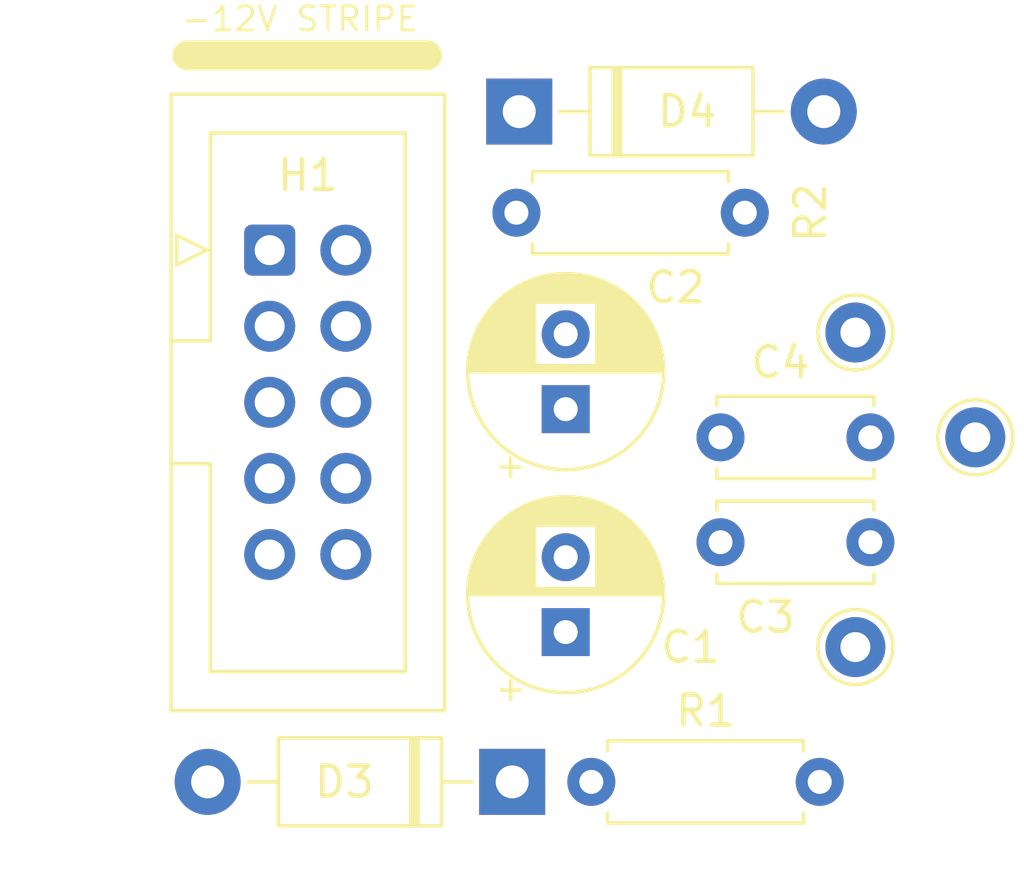
<source format=kicad_pcb>
(kicad_pcb (version 20240108) (generator "pcbnew") (generator_version "8.0")
  (layers (0 "F.Cu" signal) (31 "B.Cu" signal) (34 "B.Paste" user) (35 "F.Paste" user) (36 "B.SilkS" user "B.Silkscreen") (37 "F.SilkS" user "F.Silkscreen") (38 "B.Mask" user) (39 "F.Mask" user) (44 "Edge.Cuts" user))
  (net 0 "")
  (net 1 "+12V")
  (net 2 "GNDREF")
  (net 3 "-12V")
  (net 4 "Net-(D3-A)")
  (net 5 "Net-(D4-A)")
  (net 6 "Net-(D4-K)")
  (net 7 "Net-(D3-K)")
  (footprint "Synth:IDC-Header_2x05_P2.54mm_Vertical" (layer "F.Cu") (at 20.46 22.75)
    (property "Reference" "H1" (at 1.27 -2.5 0) (layer "F.SilkS"))
    (property "Value" "Conn_02x05_PWR_Eurorack")
    (fp_line (start -3.29 -5.21) (end 5.83 -5.21) (stroke (width 0.12)) (layer "F.SilkS"))
    (fp_line (start -3.29 3.03) (end -1.98 3.03) (stroke (width 0.12)) (layer "F.SilkS"))
    (fp_line (start -3.29 15.37) (end -3.29 -5.21) (stroke (width 0.12)) (layer "F.SilkS"))
    (fp_line (start -3.1 -0.5) (end -3.1 0.5) (stroke (width 0.12)) (layer "F.SilkS"))
    (fp_line (start -3.1 0.5) (end -2.1 0) (stroke (width 0.12)) (layer "F.SilkS"))
    (fp_line (start -2.75 -6.5) (end 5.25 -6.5) (stroke (width 1)) (layer "F.SilkS"))
    (fp_line (start -2.1 0) (end -3.1 -0.5) (stroke (width 0.12)) (layer "F.SilkS"))
    (fp_line (start -1.98 -3.91) (end 4.52 -3.91) (stroke (width 0.12)) (layer "F.SilkS"))
    (fp_line (start -1.98 3.03) (end -1.98 -3.91) (stroke (width 0.12)) (layer "F.SilkS"))
    (fp_line (start -1.98 7.13) (end -3.29 7.13) (stroke (width 0.12)) (layer "F.SilkS"))
    (fp_line (start -1.98 7.13) (end -1.98 7.13) (stroke (width 0.12)) (layer "F.SilkS"))
    (fp_line (start -1.98 14.07) (end -1.98 7.13) (stroke (width 0.12)) (layer "F.SilkS"))
    (fp_line (start 4.52 -3.91) (end 4.52 14.07) (stroke (width 0.12)) (layer "F.SilkS"))
    (fp_line (start 4.52 14.07) (end -1.98 14.07) (stroke (width 0.12)) (layer "F.SilkS"))
    (fp_line (start 5.83 -5.21) (end 5.83 15.37) (stroke (width 0.12)) (layer "F.SilkS"))
    (fp_line (start 5.83 15.37) (end -3.29 15.37) (stroke (width 0.12)) (layer "F.SilkS"))
    (fp_text user "-12V STRIPE" (at -3 -7.25 0) (layer "F.SilkS") (effects (font (size 0.8 0.8) (thickness 0.1)) (justify left bottom)))
    (pad "1" thru_hole roundrect (at 0 0) (size 1.7 1.7) (drill 1) (layers "*.Cu" "*.Mask") (roundrect_rratio 0.147059) (net 6 "Net-(D4-K)"))
    (pad "2" thru_hole circle (at 2.54 0) (size 1.7 1.7) (drill 1) (layers "*.Cu" "*.Mask") (net 6 "Net-(D4-K)"))
    (pad "3" thru_hole circle (at 0 2.54) (size 1.7 1.7) (drill 1) (layers "*.Cu" "*.Mask") (net 2 "GNDREF"))
    (pad "4" thru_hole circle (at 2.54 2.54) (size 1.7 1.7) (drill 1) (layers "*.Cu" "*.Mask") (net 2 "GNDREF"))
    (pad "5" thru_hole circle (at 0 5.08) (size 1.7 1.7) (drill 1) (layers "*.Cu" "*.Mask") (net 2 "GNDREF"))
    (pad "6" thru_hole circle (at 2.54 5.08) (size 1.7 1.7) (drill 1) (layers "*.Cu" "*.Mask") (net 2 "GNDREF"))
    (pad "7" thru_hole circle (at 0 7.62) (size 1.7 1.7) (drill 1) (layers "*.Cu" "*.Mask") (net 2 "GNDREF"))
    (pad "8" thru_hole circle (at 2.54 7.62) (size 1.7 1.7) (drill 1) (layers "*.Cu" "*.Mask") (net 2 "GNDREF"))
    (pad "9" thru_hole circle (at 0 10.16) (size 1.7 1.7) (drill 1) (layers "*.Cu" "*.Mask") (net 4 "Net-(D3-A)"))
    (pad "10" thru_hole circle (at 2.54 10.16) (size 1.7 1.7) (drill 1) (layers "*.Cu" "*.Mask") (net 4 "Net-(D3-A)"))
  )
  (footprint "Connector_Pin:Pin_D1.0mm_L10.0mm" (layer "F.Cu") (at 40 36)
    (property "Reference" "TP1" (hide yes))
    (property "Value" "+12V")
    (fp_circle (center 0 0) (end 1.25 0.05) (stroke (width 0.12)) (fill none) (layer "F.SilkS"))
    (pad "1" thru_hole circle (at 0 0) (size 2 2) (drill 1) (layers "*.Cu" "*.Mask") (net 1 "+12V"))
  )
  (footprint "Synth:D_DO-41_SOD81_P10.16mm_Horizontal" (layer "F.Cu") (at 28.5 40.5 180)
    (property "Reference" "D3" (at 5.55 0 180) (layer "F.SilkS"))
    (property "Value" "1N5819")
    (fp_line (start 8.77 0) (end 7.75 0) (stroke (width 0.12)) (layer "F.SilkS"))
    (fp_line (start 7.75 1.47) (end 7.75 -1.47) (stroke (width 0.12)) (layer "F.SilkS"))
    (fp_line (start 7.75 -1.47) (end 2.31 -1.47) (stroke (width 0.12)) (layer "F.SilkS"))
    (fp_line (start 3.33 -1.47) (end 3.33 1.47) (stroke (width 0.12)) (layer "F.SilkS"))
    (fp_line (start 3.21 -1.47) (end 3.21 1.47) (stroke (width 0.12)) (layer "F.SilkS"))
    (fp_line (start 3.09 -1.47) (end 3.09 1.47) (stroke (width 0.12)) (layer "F.SilkS"))
    (fp_line (start 2.31 1.47) (end 7.75 1.47) (stroke (width 0.12)) (layer "F.SilkS"))
    (fp_line (start 2.31 -1.47) (end 2.31 1.47) (stroke (width 0.12)) (layer "F.SilkS"))
    (fp_line (start 1.29 0) (end 2.31 0) (stroke (width 0.12)) (layer "F.SilkS"))
    (pad "1" thru_hole rect (at -0.05 0 180) (size 2.2 2.2) (drill 1.1) (layers "*.Cu" "*.Mask") (net 7 "Net-(D3-K)"))
    (pad "2" thru_hole oval (at 10.11 0 180) (size 2.2 2.2) (drill 1.1) (layers "*.Cu" "*.Mask") (net 4 "Net-(D3-A)"))
  )
  (footprint "Capacitor_THT:C_Disc_D5.0mm_W2.5mm_P5.00mm" (layer "F.Cu") (at 40.5 29 180)
    (property "Reference" "C4" (at 3 2.5 360) (layer "F.SilkS"))
    (property "Value" "100nF")
    (fp_line (start 5.12 1.055) (end 5.12 1.37) (stroke (width 0.12)) (layer "F.SilkS"))
    (fp_line (start 5.12 -1.37) (end 5.12 -1.055) (stroke (width 0.12)) (layer "F.SilkS"))
    (fp_line (start -0.12 1.37) (end 5.12 1.37) (stroke (width 0.12)) (layer "F.SilkS"))
    (fp_line (start -0.12 1.055) (end -0.12 1.37) (stroke (width 0.12)) (layer "F.SilkS"))
    (fp_line (start -0.12 -1.37) (end 5.12 -1.37) (stroke (width 0.12)) (layer "F.SilkS"))
    (fp_line (start -0.12 -1.37) (end -0.12 -1.055) (stroke (width 0.12)) (layer "F.SilkS"))
    (pad "1" thru_hole circle (at 0 0 180) (size 1.6 1.6) (drill 0.8) (layers "*.Cu" "*.Mask") (net 2 "GNDREF"))
    (pad "2" thru_hole circle (at 5 0 180) (size 1.6 1.6) (drill 0.8) (layers "*.Cu" "*.Mask") (net 3 "-12V"))
  )
  (footprint "Resistor_THT:R_Axial_DIN0207_L6.3mm_D2.5mm_P7.62mm_Horizontal" (layer "F.Cu") (at 31.19 40.5)
    (property "Reference" "R1" (at 3.81 -2.37 0) (layer "F.SilkS"))
    (property "Value" "10R")
    (fp_line (start 0.54 -1.37) (end 7.08 -1.37) (stroke (width 0.12)) (layer "F.SilkS"))
    (fp_line (start 0.54 -1.04) (end 0.54 -1.37) (stroke (width 0.12)) (layer "F.SilkS"))
    (fp_line (start 0.54 1.04) (end 0.54 1.37) (stroke (width 0.12)) (layer "F.SilkS"))
    (fp_line (start 0.54 1.37) (end 7.08 1.37) (stroke (width 0.12)) (layer "F.SilkS"))
    (fp_line (start 7.08 -1.37) (end 7.08 -1.04) (stroke (width 0.12)) (layer "F.SilkS"))
    (fp_line (start 7.08 1.37) (end 7.08 1.04) (stroke (width 0.12)) (layer "F.SilkS"))
    (pad "1" thru_hole circle (at 0 0) (size 1.6 1.6) (drill 0.8) (layers "*.Cu" "*.Mask") (net 7 "Net-(D3-K)"))
    (pad "2" thru_hole oval (at 7.62 0) (size 1.6 1.6) (drill 0.8) (layers "*.Cu" "*.Mask") (net 1 "+12V"))
  )
  (footprint "Synth:D_DO-41_SOD81_P10.16mm_Horizontal" (layer "F.Cu") (at 28.835 18.125)
    (property "Reference" "D4" (at 5.55 0 0) (layer "F.SilkS"))
    (property "Value" "1N5819")
    (fp_line (start 1.29 0) (end 2.31 0) (stroke (width 0.12)) (layer "F.SilkS"))
    (fp_line (start 2.31 -1.47) (end 2.31 1.47) (stroke (width 0.12)) (layer "F.SilkS"))
    (fp_line (start 2.31 1.47) (end 7.75 1.47) (stroke (width 0.12)) (layer "F.SilkS"))
    (fp_line (start 3.09 -1.47) (end 3.09 1.47) (stroke (width 0.12)) (layer "F.SilkS"))
    (fp_line (start 3.21 -1.47) (end 3.21 1.47) (stroke (width 0.12)) (layer "F.SilkS"))
    (fp_line (start 3.33 -1.47) (end 3.33 1.47) (stroke (width 0.12)) (layer "F.SilkS"))
    (fp_line (start 7.75 -1.47) (end 2.31 -1.47) (stroke (width 0.12)) (layer "F.SilkS"))
    (fp_line (start 7.75 1.47) (end 7.75 -1.47) (stroke (width 0.12)) (layer "F.SilkS"))
    (fp_line (start 8.77 0) (end 7.75 0) (stroke (width 0.12)) (layer "F.SilkS"))
    (pad "1" thru_hole rect (at -0.05 0) (size 2.2 2.2) (drill 1.1) (layers "*.Cu" "*.Mask") (net 6 "Net-(D4-K)"))
    (pad "2" thru_hole oval (at 10.11 0) (size 2.2 2.2) (drill 1.1) (layers "*.Cu" "*.Mask") (net 5 "Net-(D4-A)"))
  )
  (footprint "Capacitor_THT:C_Disc_D5.0mm_W2.5mm_P5.00mm" (layer "F.Cu") (at 35.5 32.5)
    (property "Reference" "C3" (at 1.5 2.5 360) (layer "F.SilkS"))
    (property "Value" "100nF")
    (fp_line (start -0.12 -1.37) (end -0.12 -1.055) (stroke (width 0.12)) (layer "F.SilkS"))
    (fp_line (start -0.12 -1.37) (end 5.12 -1.37) (stroke (width 0.12)) (layer "F.SilkS"))
    (fp_line (start -0.12 1.055) (end -0.12 1.37) (stroke (width 0.12)) (layer "F.SilkS"))
    (fp_line (start -0.12 1.37) (end 5.12 1.37) (stroke (width 0.12)) (layer "F.SilkS"))
    (fp_line (start 5.12 -1.37) (end 5.12 -1.055) (stroke (width 0.12)) (layer "F.SilkS"))
    (fp_line (start 5.12 1.055) (end 5.12 1.37) (stroke (width 0.12)) (layer "F.SilkS"))
    (pad "1" thru_hole circle (at 0 0) (size 1.6 1.6) (drill 0.8) (layers "*.Cu" "*.Mask") (net 1 "+12V"))
    (pad "2" thru_hole circle (at 5 0) (size 1.6 1.6) (drill 0.8) (layers "*.Cu" "*.Mask") (net 2 "GNDREF"))
  )
  (footprint "Capacitor_THT:CP_Radial_D6.3mm_P2.50mm" (layer "F.Cu") (at 30.335 35.5 90)
    (property "Reference" "C1" (at -0.5 4.165 180) (layer "F.SilkS"))
    (property "Value" "47uF")
    (fp_line (start 1.33 -3.23) (end 1.33 3.23) (stroke (width 0.12)) (layer "F.SilkS"))
    (fp_line (start 1.29 -3.23) (end 1.29 3.23) (stroke (width 0.12)) (layer "F.SilkS"))
    (fp_line (start 1.25 -3.23) (end 1.25 3.23) (stroke (width 0.12)) (layer "F.SilkS"))
    (fp_line (start 1.37 -3.228) (end 1.37 3.228) (stroke (width 0.12)) (layer "F.SilkS"))
    (fp_line (start 1.41 -3.227) (end 1.41 3.227) (stroke (width 0.12)) (layer "F.SilkS"))
    (fp_line (start 1.45 -3.224) (end 1.45 3.224) (stroke (width 0.12)) (layer "F.SilkS"))
    (fp_line (start 1.49 -3.222) (end 1.49 -1.04) (stroke (width 0.12)) (layer "F.SilkS"))
    (fp_line (start 1.53 -3.218) (end 1.53 -1.04) (stroke (width 0.12)) (layer "F.SilkS"))
    (fp_line (start 1.57 -3.215) (end 1.57 -1.04) (stroke (width 0.12)) (layer "F.SilkS"))
    (fp_line (start 1.61 -3.211) (end 1.61 -1.04) (stroke (width 0.12)) (layer "F.SilkS"))
    (fp_line (start 1.65 -3.206) (end 1.65 -1.04) (stroke (width 0.12)) (layer "F.SilkS"))
    (fp_line (start 1.69 -3.201) (end 1.69 -1.04) (stroke (width 0.12)) (layer "F.SilkS"))
    (fp_line (start 1.73 -3.195) (end 1.73 -1.04) (stroke (width 0.12)) (layer "F.SilkS"))
    (fp_line (start 1.77 -3.189) (end 1.77 -1.04) (stroke (width 0.12)) (layer "F.SilkS"))
    (fp_line (start 1.81 -3.182) (end 1.81 -1.04) (stroke (width 0.12)) (layer "F.SilkS"))
    (fp_line (start 1.85 -3.175) (end 1.85 -1.04) (stroke (width 0.12)) (layer "F.SilkS"))
    (fp_line (start 1.89 -3.167) (end 1.89 -1.04) (stroke (width 0.12)) (layer "F.SilkS"))
    (fp_line (start 1.93 -3.159) (end 1.93 -1.04) (stroke (width 0.12)) (layer "F.SilkS"))
    (fp_line (start 1.971 -3.15) (end 1.971 -1.04) (stroke (width 0.12)) (layer "F.SilkS"))
    (fp_line (start 2.011 -3.141) (end 2.011 -1.04) (stroke (width 0.12)) (layer "F.SilkS"))
    (fp_line (start 2.051 -3.131) (end 2.051 -1.04) (stroke (width 0.12)) (layer "F.SilkS"))
    (fp_line (start 2.091 -3.121) (end 2.091 -1.04) (stroke (width 0.12)) (layer "F.SilkS"))
    (fp_line (start 2.131 -3.11) (end 2.131 -1.04) (stroke (width 0.12)) (layer "F.SilkS"))
    (fp_line (start 2.171 -3.098) (end 2.171 -1.04) (stroke (width 0.12)) (layer "F.SilkS"))
    (fp_line (start 2.211 -3.086) (end 2.211 -1.04) (stroke (width 0.12)) (layer "F.SilkS"))
    (fp_line (start 2.251 -3.074) (end 2.251 -1.04) (stroke (width 0.12)) (layer "F.SilkS"))
    (fp_line (start 2.291 -3.061) (end 2.291 -1.04) (stroke (width 0.12)) (layer "F.SilkS"))
    (fp_line (start 2.331 -3.047) (end 2.331 -1.04) (stroke (width 0.12)) (layer "F.SilkS"))
    (fp_line (start 2.371 -3.033) (end 2.371 -1.04) (stroke (width 0.12)) (layer "F.SilkS"))
    (fp_line (start 2.411 -3.018) (end 2.411 -1.04) (stroke (width 0.12)) (layer "F.SilkS"))
    (fp_line (start 2.451 -3.002) (end 2.451 -1.04) (stroke (width 0.12)) (layer "F.SilkS"))
    (fp_line (start 2.491 -2.986) (end 2.491 -1.04) (stroke (width 0.12)) (layer "F.SilkS"))
    (fp_line (start 2.531 -2.97) (end 2.531 -1.04) (stroke (width 0.12)) (layer "F.SilkS"))
    (fp_line (start 2.571 -2.952) (end 2.571 -1.04) (stroke (width 0.12)) (layer "F.SilkS"))
    (fp_line (start 2.611 -2.934) (end 2.611 -1.04) (stroke (width 0.12)) (layer "F.SilkS"))
    (fp_line (start 2.651 -2.916) (end 2.651 -1.04) (stroke (width 0.12)) (layer "F.SilkS"))
    (fp_line (start 2.691 -2.896) (end 2.691 -1.04) (stroke (width 0.12)) (layer "F.SilkS"))
    (fp_line (start 2.731 -2.876) (end 2.731 -1.04) (stroke (width 0.12)) (layer "F.SilkS"))
    (fp_line (start 2.771 -2.856) (end 2.771 -1.04) (stroke (width 0.12)) (layer "F.SilkS"))
    (fp_line (start 2.811 -2.834) (end 2.811 -1.04) (stroke (width 0.12)) (layer "F.SilkS"))
    (fp_line (start 2.851 -2.812) (end 2.851 -1.04) (stroke (width 0.12)) (layer "F.SilkS"))
    (fp_line (start 2.891 -2.79) (end 2.891 -1.04) (stroke (width 0.12)) (layer "F.SilkS"))
    (fp_line (start 2.931 -2.766) (end 2.931 -1.04) (stroke (width 0.12)) (layer "F.SilkS"))
    (fp_line (start 2.971 -2.742) (end 2.971 -1.04) (stroke (width 0.12)) (layer "F.SilkS"))
    (fp_line (start 3.011 -2.716) (end 3.011 -1.04) (stroke (width 0.12)) (layer "F.SilkS"))
    (fp_line (start 3.051 -2.69) (end 3.051 -1.04) (stroke (width 0.12)) (layer "F.SilkS"))
    (fp_line (start 3.091 -2.664) (end 3.091 -1.04) (stroke (width 0.12)) (layer "F.SilkS"))
    (fp_line (start 3.131 -2.636) (end 3.131 -1.04) (stroke (width 0.12)) (layer "F.SilkS"))
    (fp_line (start 3.171 -2.607) (end 3.171 -1.04) (stroke (width 0.12)) (layer "F.SilkS"))
    (fp_line (start 3.211 -2.578) (end 3.211 -1.04) (stroke (width 0.12)) (layer "F.SilkS"))
    (fp_line (start 3.251 -2.548) (end 3.251 -1.04) (stroke (width 0.12)) (layer "F.SilkS"))
    (fp_line (start 3.291 -2.516) (end 3.291 -1.04) (stroke (width 0.12)) (layer "F.SilkS"))
    (fp_line (start 3.331 -2.484) (end 3.331 -1.04) (stroke (width 0.12)) (layer "F.SilkS"))
    (fp_line (start 3.371 -2.45) (end 3.371 -1.04) (stroke (width 0.12)) (layer "F.SilkS"))
    (fp_line (start 3.411 -2.416) (end 3.411 -1.04) (stroke (width 0.12)) (layer "F.SilkS"))
    (fp_line (start 3.451 -2.38) (end 3.451 -1.04) (stroke (width 0.12)) (layer "F.SilkS"))
    (fp_line (start 3.491 -2.343) (end 3.491 -1.04) (stroke (width 0.12)) (layer "F.SilkS"))
    (fp_line (start 3.531 -2.305) (end 3.531 -1.04) (stroke (width 0.12)) (layer "F.SilkS"))
    (fp_line (start 3.571 -2.265) (end 3.571 2.265) (stroke (width 0.12)) (layer "F.SilkS"))
    (fp_line (start 3.611 -2.224) (end 3.611 2.224) (stroke (width 0.12)) (layer "F.SilkS"))
    (fp_line (start 3.651 -2.182) (end 3.651 2.182) (stroke (width 0.12)) (layer "F.SilkS"))
    (fp_line (start -1.935241 -2.154) (end -1.935241 -1.524) (stroke (width 0.12)) (layer "F.SilkS"))
    (fp_line (start 3.691 -2.137) (end 3.691 2.137) (stroke (width 0.12)) (layer "F.SilkS"))
    (fp_line (start 3.731 -2.092) (end 3.731 2.092) (stroke (width 0.12)) (layer "F.SilkS"))
    (fp_line (start 3.771 -2.044) (end 3.771 2.044) (stroke (width 0.12)) (layer "F.SilkS"))
    (fp_line (start 3.811 -1.995) (end 3.811 1.995) (stroke (width 0.12)) (layer "F.SilkS"))
    (fp_line (start 3.851 -1.944) (end 3.851 1.944) (stroke (width 0.12)) (layer "F.SilkS"))
    (fp_line (start 3.891 -1.89) (end 3.891 1.89) (stroke (width 0.12)) (layer "F.SilkS"))
    (fp_line (start -2.250241 -1.839) (end -1.620241 -1.839) (stroke (width 0.12)) (layer "F.SilkS"))
    (fp_line (start 3.931 -1.834) (end 3.931 1.834) (stroke (width 0.12)) (layer "F.SilkS"))
    (fp_line (start 3.971 -1.776) (end 3.971 1.776) (stroke (width 0.12)) (layer "F.SilkS"))
    (fp_line (start 4.011 -1.714) (end 4.011 1.714) (stroke (width 0.12)) (layer "F.SilkS"))
    (fp_line (start 4.051 -1.65) (end 4.051 1.65) (stroke (width 0.12)) (layer "F.SilkS"))
    (fp_line (start 4.091 -1.581) (end 4.091 1.581) (stroke (width 0.12)) (layer "F.SilkS"))
    (fp_line (start 4.131 -1.509) (end 4.131 1.509) (stroke (width 0.12)) (layer "F.SilkS"))
    (fp_line (start 4.171 -1.432) (end 4.171 1.432) (stroke (width 0.12)) (layer "F.SilkS"))
    (fp_line (start 4.211 -1.35) (end 4.211 1.35) (stroke (width 0.12)) (layer "F.SilkS"))
    (fp_line (start 4.251 -1.262) (end 4.251 1.262) (stroke (width 0.12)) (layer "F.SilkS"))
    (fp_line (start 4.291 -1.165) (end 4.291 1.165) (stroke (width 0.12)) (layer "F.SilkS"))
    (fp_line (start 4.331 -1.059) (end 4.331 1.059) (stroke (width 0.12)) (layer "F.SilkS"))
    (fp_line (start 4.371 -0.94) (end 4.371 0.94) (stroke (width 0.12)) (layer "F.SilkS"))
    (fp_line (start 4.411 -0.802) (end 4.411 0.802) (stroke (width 0.12)) (layer "F.SilkS"))
    (fp_line (start 4.451 -0.633) (end 4.451 0.633) (stroke (width 0.12)) (layer "F.SilkS"))
    (fp_line (start 4.491 -0.402) (end 4.491 0.402) (stroke (width 0.12)) (layer "F.SilkS"))
    (fp_line (start 3.531 1.04) (end 3.531 2.305) (stroke (width 0.12)) (layer "F.SilkS"))
    (fp_line (start 3.491 1.04) (end 3.491 2.343) (stroke (width 0.12)) (layer "F.SilkS"))
    (fp_line (start 3.451 1.04) (end 3.451 2.38) (stroke (width 0.12)) (layer "F.SilkS"))
    (fp_line (start 3.411 1.04) (end 3.411 2.416) (stroke (width 0.12)) (layer "F.SilkS"))
    (fp_line (start 3.371 1.04) (end 3.371 2.45) (stroke (width 0.12)) (layer "F.SilkS"))
    (fp_line (start 3.331 1.04) (end 3.331 2.484) (stroke (width 0.12)) (layer "F.SilkS"))
    (fp_line (start 3.291 1.04) (end 3.291 2.516) (stroke (width 0.12)) (layer "F.SilkS"))
    (fp_line (start 3.251 1.04) (end 3.251 2.548) (stroke (width 0.12)) (layer "F.SilkS"))
    (fp_line (start 3.211 1.04) (end 3.211 2.578) (stroke (width 0.12)) (layer "F.SilkS"))
    (fp_line (start 3.171 1.04) (end 3.171 2.607) (stroke (width 0.12)) (layer "F.SilkS"))
    (fp_line (start 3.131 1.04) (end 3.131 2.636) (stroke (width 0.12)) (layer "F.SilkS"))
    (fp_line (start 3.091 1.04) (end 3.091 2.664) (stroke (width 0.12)) (layer "F.SilkS"))
    (fp_line (start 3.051 1.04) (end 3.051 2.69) (stroke (width 0.12)) (layer "F.SilkS"))
    (fp_line (start 3.011 1.04) (end 3.011 2.716) (stroke (width 0.12)) (layer "F.SilkS"))
    (fp_line (start 2.971 1.04) (end 2.971 2.742) (stroke (width 0.12)) (layer "F.SilkS"))
    (fp_line (start 2.931 1.04) (end 2.931 2.766) (stroke (width 0.12)) (layer "F.SilkS"))
    (fp_line (start 2.891 1.04) (end 2.891 2.79) (stroke (width 0.12)) (layer "F.SilkS"))
    (fp_line (start 2.851 1.04) (end 2.851 2.812) (stroke (width 0.12)) (layer "F.SilkS"))
    (fp_line (start 2.811 1.04) (end 2.811 2.834) (stroke (width 0.12)) (layer "F.SilkS"))
    (fp_line (start 2.771 1.04) (end 2.771 2.856) (stroke (width 0.12)) (layer "F.SilkS"))
    (fp_line (start 2.731 1.04) (end 2.731 2.876) (stroke (width 0.12)) (layer "F.SilkS"))
    (fp_line (start 2.691 1.04) (end 2.691 2.896) (stroke (width 0.12)) (layer "F.SilkS"))
    (fp_line (start 2.651 1.04) (end 2.651 2.916) (stroke (width 0.12)) (layer "F.SilkS"))
    (fp_line (start 2.611 1.04) (end 2.611 2.934) (stroke (width 0.12)) (layer "F.SilkS"))
    (fp_line (start 2.571 1.04) (end 2.571 2.952) (stroke (width 0.12)) (layer "F.SilkS"))
    (fp_line (start 2.531 1.04) (end 2.531 2.97) (stroke (width 0.12)) (layer "F.SilkS"))
    (fp_line (start 2.491 1.04) (end 2.491 2.986) (stroke (width 0.12)) (layer "F.SilkS"))
    (fp_line (start 2.451 1.04) (end 2.451 3.002) (stroke (width 0.12)) (layer "F.SilkS"))
    (fp_line (start 2.411 1.04) (end 2.411 3.018) (stroke (width 0.12)) (layer "F.SilkS"))
    (fp_line (start 2.371 1.04) (end 2.371 3.033) (stroke (width 0.12)) (layer "F.SilkS"))
    (fp_line (start 2.331 1.04) (end 2.331 3.047) (stroke (width 0.12)) (layer "F.SilkS"))
    (fp_line (start 2.291 1.04) (end 2.291 3.061) (stroke (width 0.12)) (layer "F.SilkS"))
    (fp_line (start 2.251 1.04) (end 2.251 3.074) (stroke (width 0.12)) (layer "F.SilkS"))
    (fp_line (start 2.211 1.04) (end 2.211 3.086) (stroke (width 0.12)) (layer "F.SilkS"))
    (fp_line (start 2.171 1.04) (end 2.171 3.098) (stroke (width 0.12)) (layer "F.SilkS"))
    (fp_line (start 2.131 1.04) (end 2.131 3.11) (stroke (width 0.12)) (layer "F.SilkS"))
    (fp_line (start 2.091 1.04) (end 2.091 3.121) (stroke (width 0.12)) (layer "F.SilkS"))
    (fp_line (start 2.051 1.04) (end 2.051 3.131) (stroke (width 0.12)) (layer "F.SilkS"))
    (fp_line (start 2.011 1.04) (end 2.011 3.141) (stroke (width 0.12)) (layer "F.SilkS"))
    (fp_line (start 1.971 1.04) (end 1.971 3.15) (stroke (width 0.12)) (layer "F.SilkS"))
    (fp_line (start 1.93 1.04) (end 1.93 3.159) (stroke (width 0.12)) (layer "F.SilkS"))
    (fp_line (start 1.89 1.04) (end 1.89 3.167) (stroke (width 0.12)) (layer "F.SilkS"))
    (fp_line (start 1.85 1.04) (end 1.85 3.175) (stroke (width 0.12)) (layer "F.SilkS"))
    (fp_line (start 1.81 1.04) (end 1.81 3.182) (stroke (width 0.12)) (layer "F.SilkS"))
    (fp_line (start 1.77 1.04) (end 1.77 3.189) (stroke (width 0.12)) (layer "F.SilkS"))
    (fp_line (start 1.73 1.04) (end 1.73 3.195) (stroke (width 0.12)) (layer "F.SilkS"))
    (fp_line (start 1.69 1.04) (end 1.69 3.201) (stroke (width 0.12)) (layer "F.SilkS"))
    (fp_line (start 1.65 1.04) (end 1.65 3.206) (stroke (width 0.12)) (layer "F.SilkS"))
    (fp_line (start 1.61 1.04) (end 1.61 3.211) (stroke (width 0.12)) (layer "F.SilkS"))
    (fp_line (start 1.57 1.04) (end 1.57 3.215) (stroke (width 0.12)) (layer "F.SilkS"))
    (fp_line (start 1.53 1.04) (end 1.53 3.218) (stroke (width 0.12)) (layer "F.SilkS"))
    (fp_line (start 1.49 1.04) (end 1.49 3.222) (stroke (width 0.12)) (layer "F.SilkS"))
    (fp_circle (center 1.25 0) (end 4.52 0) (stroke (width 0.12)) (fill none) (layer "F.SilkS"))
    (pad "1" thru_hole rect (at 0 0 90) (size 1.6 1.6) (drill 0.8) (layers "*.Cu" "*.Mask") (net 1 "+12V"))
    (pad "2" thru_hole circle (at 2.5 0 90) (size 1.6 1.6) (drill 0.8) (layers "*.Cu" "*.Mask") (net 2 "GNDREF"))
  )
  (footprint "Capacitor_THT:CP_Radial_D6.3mm_P2.50mm" (layer "F.Cu") (at 30.335 28.05738 90)
    (property "Reference" "C2" (at 4.05738 3.665 180) (layer "F.SilkS"))
    (property "Value" "47uF")
    (fp_line (start 1.33 -3.23) (end 1.33 3.23) (stroke (width 0.12)) (layer "F.SilkS"))
    (fp_line (start 1.29 -3.23) (end 1.29 3.23) (stroke (width 0.12)) (layer "F.SilkS"))
    (fp_line (start 1.25 -3.23) (end 1.25 3.23) (stroke (width 0.12)) (layer "F.SilkS"))
    (fp_line (start 1.37 -3.228) (end 1.37 3.228) (stroke (width 0.12)) (layer "F.SilkS"))
    (fp_line (start 1.41 -3.227) (end 1.41 3.227) (stroke (width 0.12)) (layer "F.SilkS"))
    (fp_line (start 1.45 -3.224) (end 1.45 3.224) (stroke (width 0.12)) (layer "F.SilkS"))
    (fp_line (start 1.49 -3.222) (end 1.49 -1.04) (stroke (width 0.12)) (layer "F.SilkS"))
    (fp_line (start 1.53 -3.218) (end 1.53 -1.04) (stroke (width 0.12)) (layer "F.SilkS"))
    (fp_line (start 1.57 -3.215) (end 1.57 -1.04) (stroke (width 0.12)) (layer "F.SilkS"))
    (fp_line (start 1.61 -3.211) (end 1.61 -1.04) (stroke (width 0.12)) (layer "F.SilkS"))
    (fp_line (start 1.65 -3.206) (end 1.65 -1.04) (stroke (width 0.12)) (layer "F.SilkS"))
    (fp_line (start 1.69 -3.201) (end 1.69 -1.04) (stroke (width 0.12)) (layer "F.SilkS"))
    (fp_line (start 1.73 -3.195) (end 1.73 -1.04) (stroke (width 0.12)) (layer "F.SilkS"))
    (fp_line (start 1.77 -3.189) (end 1.77 -1.04) (stroke (width 0.12)) (layer "F.SilkS"))
    (fp_line (start 1.81 -3.182) (end 1.81 -1.04) (stroke (width 0.12)) (layer "F.SilkS"))
    (fp_line (start 1.85 -3.175) (end 1.85 -1.04) (stroke (width 0.12)) (layer "F.SilkS"))
    (fp_line (start 1.89 -3.167) (end 1.89 -1.04) (stroke (width 0.12)) (layer "F.SilkS"))
    (fp_line (start 1.93 -3.159) (end 1.93 -1.04) (stroke (width 0.12)) (layer "F.SilkS"))
    (fp_line (start 1.971 -3.15) (end 1.971 -1.04) (stroke (width 0.12)) (layer "F.SilkS"))
    (fp_line (start 2.011 -3.141) (end 2.011 -1.04) (stroke (width 0.12)) (layer "F.SilkS"))
    (fp_line (start 2.051 -3.131) (end 2.051 -1.04) (stroke (width 0.12)) (layer "F.SilkS"))
    (fp_line (start 2.091 -3.121) (end 2.091 -1.04) (stroke (width 0.12)) (layer "F.SilkS"))
    (fp_line (start 2.131 -3.11) (end 2.131 -1.04) (stroke (width 0.12)) (layer "F.SilkS"))
    (fp_line (start 2.171 -3.098) (end 2.171 -1.04) (stroke (width 0.12)) (layer "F.SilkS"))
    (fp_line (start 2.211 -3.086) (end 2.211 -1.04) (stroke (width 0.12)) (layer "F.SilkS"))
    (fp_line (start 2.251 -3.074) (end 2.251 -1.04) (stroke (width 0.12)) (layer "F.SilkS"))
    (fp_line (start 2.291 -3.061) (end 2.291 -1.04) (stroke (width 0.12)) (layer "F.SilkS"))
    (fp_line (start 2.331 -3.047) (end 2.331 -1.04) (stroke (width 0.12)) (layer "F.SilkS"))
    (fp_line (start 2.371 -3.033) (end 2.371 -1.04) (stroke (width 0.12)) (layer "F.SilkS"))
    (fp_line (start 2.411 -3.018) (end 2.411 -1.04) (stroke (width 0.12)) (layer "F.SilkS"))
    (fp_line (start 2.451 -3.002) (end 2.451 -1.04) (stroke (width 0.12)) (layer "F.SilkS"))
    (fp_line (start 2.491 -2.986) (end 2.491 -1.04) (stroke (width 0.12)) (layer "F.SilkS"))
    (fp_line (start 2.531 -2.97) (end 2.531 -1.04) (stroke (width 0.12)) (layer "F.SilkS"))
    (fp_line (start 2.571 -2.952) (end 2.571 -1.04) (stroke (width 0.12)) (layer "F.SilkS"))
    (fp_line (start 2.611 -2.934) (end 2.611 -1.04) (stroke (width 0.12)) (layer "F.SilkS"))
    (fp_line (start 2.651 -2.916) (end 2.651 -1.04) (stroke (width 0.12)) (layer "F.SilkS"))
    (fp_line (start 2.691 -2.896) (end 2.691 -1.04) (stroke (width 0.12)) (layer "F.SilkS"))
    (fp_line (start 2.731 -2.876) (end 2.731 -1.04) (stroke (width 0.12)) (layer "F.SilkS"))
    (fp_line (start 2.771 -2.856) (end 2.771 -1.04) (stroke (width 0.12)) (layer "F.SilkS"))
    (fp_line (start 2.811 -2.834) (end 2.811 -1.04) (stroke (width 0.12)) (layer "F.SilkS"))
    (fp_line (start 2.851 -2.812) (end 2.851 -1.04) (stroke (width 0.12)) (layer "F.SilkS"))
    (fp_line (start 2.891 -2.79) (end 2.891 -1.04) (stroke (width 0.12)) (layer "F.SilkS"))
    (fp_line (start 2.931 -2.766) (end 2.931 -1.04) (stroke (width 0.12)) (layer "F.SilkS"))
    (fp_line (start 2.971 -2.742) (end 2.971 -1.04) (stroke (width 0.12)) (layer "F.SilkS"))
    (fp_line (start 3.011 -2.716) (end 3.011 -1.04) (stroke (width 0.12)) (layer "F.SilkS"))
    (fp_line (start 3.051 -2.69) (end 3.051 -1.04) (stroke (width 0.12)) (layer "F.SilkS"))
    (fp_line (start 3.091 -2.664) (end 3.091 -1.04) (stroke (width 0.12)) (layer "F.SilkS"))
    (fp_line (start 3.131 -2.636) (end 3.131 -1.04) (stroke (width 0.12)) (layer "F.SilkS"))
    (fp_line (start 3.171 -2.607) (end 3.171 -1.04) (stroke (width 0.12)) (layer "F.SilkS"))
    (fp_line (start 3.211 -2.578) (end 3.211 -1.04) (stroke (width 0.12)) (layer "F.SilkS"))
    (fp_line (start 3.251 -2.548) (end 3.251 -1.04) (stroke (width 0.12)) (layer "F.SilkS"))
    (fp_line (start 3.291 -2.516) (end 3.291 -1.04) (stroke (width 0.12)) (layer "F.SilkS"))
    (fp_line (start 3.331 -2.484) (end 3.331 -1.04) (stroke (width 0.12)) (layer "F.SilkS"))
    (fp_line (start 3.371 -2.45) (end 3.371 -1.04) (stroke (width 0.12)) (layer "F.SilkS"))
    (fp_line (start 3.411 -2.416) (end 3.411 -1.04) (stroke (width 0.12)) (layer "F.SilkS"))
    (fp_line (start 3.451 -2.38) (end 3.451 -1.04) (stroke (width 0.12)) (layer "F.SilkS"))
    (fp_line (start 3.491 -2.343) (end 3.491 -1.04) (stroke (width 0.12)) (layer "F.SilkS"))
    (fp_line (start 3.531 -2.305) (end 3.531 -1.04) (stroke (width 0.12)) (layer "F.SilkS"))
    (fp_line (start 3.571 -2.265) (end 3.571 2.265) (stroke (width 0.12)) (layer "F.SilkS"))
    (fp_line (start 3.611 -2.224) (end 3.611 2.224) (stroke (width 0.12)) (layer "F.SilkS"))
    (fp_line (start 3.651 -2.182) (end 3.651 2.182) (stroke (width 0.12)) (layer "F.SilkS"))
    (fp_line (start -1.935241 -2.154) (end -1.935241 -1.524) (stroke (width 0.12)) (layer "F.SilkS"))
    (fp_line (start 3.691 -2.137) (end 3.691 2.137) (stroke (width 0.12)) (layer "F.SilkS"))
    (fp_line (start 3.731 -2.092) (end 3.731 2.092) (stroke (width 0.12)) (layer "F.SilkS"))
    (fp_line (start 3.771 -2.044) (end 3.771 2.044) (stroke (width 0.12)) (layer "F.SilkS"))
    (fp_line (start 3.811 -1.995) (end 3.811 1.995) (stroke (width 0.12)) (layer "F.SilkS"))
    (fp_line (start 3.851 -1.944) (end 3.851 1.944) (stroke (width 0.12)) (layer "F.SilkS"))
    (fp_line (start 3.891 -1.89) (end 3.891 1.89) (stroke (width 0.12)) (layer "F.SilkS"))
    (fp_line (start -2.250241 -1.839) (end -1.620241 -1.839) (stroke (width 0.12)) (layer "F.SilkS"))
    (fp_line (start 3.931 -1.834) (end 3.931 1.834) (stroke (width 0.12)) (layer "F.SilkS"))
    (fp_line (start 3.971 -1.776) (end 3.971 1.776) (stroke (width 0.12)) (layer "F.SilkS"))
    (fp_line (start 4.011 -1.714) (end 4.011 1.714) (stroke (width 0.12)) (layer "F.SilkS"))
    (fp_line (start 4.051 -1.65) (end 4.051 1.65) (stroke (width 0.12)) (layer "F.SilkS"))
    (fp_line (start 4.091 -1.581) (end 4.091 1.581) (stroke (width 0.12)) (layer "F.SilkS"))
    (fp_line (start 4.131 -1.509) (end 4.131 1.509) (stroke (width 0.12)) (layer "F.SilkS"))
    (fp_line (start 4.171 -1.432) (end 4.171 1.432) (stroke (width 0.12)) (layer "F.SilkS"))
    (fp_line (start 4.211 -1.35) (end 4.211 1.35) (stroke (width 0.12)) (layer "F.SilkS"))
    (fp_line (start 4.251 -1.262) (end 4.251 1.262) (stroke (width 0.12)) (layer "F.SilkS"))
    (fp_line (start 4.291 -1.165) (end 4.291 1.165) (stroke (width 0.12)) (layer "F.SilkS"))
    (fp_line (start 4.331 -1.059) (end 4.331 1.059) (stroke (width 0.12)) (layer "F.SilkS"))
    (fp_line (start 4.371 -0.94) (end 4.371 0.94) (stroke (width 0.12)) (layer "F.SilkS"))
    (fp_line (start 4.411 -0.802) (end 4.411 0.802) (stroke (width 0.12)) (layer "F.SilkS"))
    (fp_line (start 4.451 -0.633) (end 4.451 0.633) (stroke (width 0.12)) (layer "F.SilkS"))
    (fp_line (start 4.491 -0.402) (end 4.491 0.402) (stroke (width 0.12)) (layer "F.SilkS"))
    (fp_line (start 3.531 1.04) (end 3.531 2.305) (stroke (width 0.12)) (layer "F.SilkS"))
    (fp_line (start 3.491 1.04) (end 3.491 2.343) (stroke (width 0.12)) (layer "F.SilkS"))
    (fp_line (start 3.451 1.04) (end 3.451 2.38) (stroke (width 0.12)) (layer "F.SilkS"))
    (fp_line (start 3.411 1.04) (end 3.411 2.416) (stroke (width 0.12)) (layer "F.SilkS"))
    (fp_line (start 3.371 1.04) (end 3.371 2.45) (stroke (width 0.12)) (layer "F.SilkS"))
    (fp_line (start 3.331 1.04) (end 3.331 2.484) (stroke (width 0.12)) (layer "F.SilkS"))
    (fp_line (start 3.291 1.04) (end 3.291 2.516) (stroke (width 0.12)) (layer "F.SilkS"))
    (fp_line (start 3.251 1.04) (end 3.251 2.548) (stroke (width 0.12)) (layer "F.SilkS"))
    (fp_line (start 3.211 1.04) (end 3.211 2.578) (stroke (width 0.12)) (layer "F.SilkS"))
    (fp_line (start 3.171 1.04) (end 3.171 2.607) (stroke (width 0.12)) (layer "F.SilkS"))
    (fp_line (start 3.131 1.04) (end 3.131 2.636) (stroke (width 0.12)) (layer "F.SilkS"))
    (fp_line (start 3.091 1.04) (end 3.091 2.664) (stroke (width 0.12)) (layer "F.SilkS"))
    (fp_line (start 3.051 1.04) (end 3.051 2.69) (stroke (width 0.12)) (layer "F.SilkS"))
    (fp_line (start 3.011 1.04) (end 3.011 2.716) (stroke (width 0.12)) (layer "F.SilkS"))
    (fp_line (start 2.971 1.04) (end 2.971 2.742) (stroke (width 0.12)) (layer "F.SilkS"))
    (fp_line (start 2.931 1.04) (end 2.931 2.766) (stroke (width 0.12)) (layer "F.SilkS"))
    (fp_line (start 2.891 1.04) (end 2.891 2.79) (stroke (width 0.12)) (layer "F.SilkS"))
    (fp_line (start 2.851 1.04) (end 2.851 2.812) (stroke (width 0.12)) (layer "F.SilkS"))
    (fp_line (start 2.811 1.04) (end 2.811 2.834) (stroke (width 0.12)) (layer "F.SilkS"))
    (fp_line (start 2.771 1.04) (end 2.771 2.856) (stroke (width 0.12)) (layer "F.SilkS"))
    (fp_line (start 2.731 1.04) (end 2.731 2.876) (stroke (width 0.12)) (layer "F.SilkS"))
    (fp_line (start 2.691 1.04) (end 2.691 2.896) (stroke (width 0.12)) (layer "F.SilkS"))
    (fp_line (start 2.651 1.04) (end 2.651 2.916) (stroke (width 0.12)) (layer "F.SilkS"))
    (fp_line (start 2.611 1.04) (end 2.611 2.934) (stroke (width 0.12)) (layer "F.SilkS"))
    (fp_line (start 2.571 1.04) (end 2.571 2.952) (stroke (width 0.12)) (layer "F.SilkS"))
    (fp_line (start 2.531 1.04) (end 2.531 2.97) (stroke (width 0.12)) (layer "F.SilkS"))
    (fp_line (start 2.491 1.04) (end 2.491 2.986) (stroke (width 0.12)) (layer "F.SilkS"))
    (fp_line (start 2.451 1.04) (end 2.451 3.002) (stroke (width 0.12)) (layer "F.SilkS"))
    (fp_line (start 2.411 1.04) (end 2.411 3.018) (stroke (width 0.12)) (layer "F.SilkS"))
    (fp_line (start 2.371 1.04) (end 2.371 3.033) (stroke (width 0.12)) (layer "F.SilkS"))
    (fp_line (start 2.331 1.04) (end 2.331 3.047) (stroke (width 0.12)) (layer "F.SilkS"))
    (fp_line (start 2.291 1.04) (end 2.291 3.061) (stroke (width 0.12)) (layer "F.SilkS"))
    (fp_line (start 2.251 1.04) (end 2.251 3.074) (stroke (width 0.12)) (layer "F.SilkS"))
    (fp_line (start 2.211 1.04) (end 2.211 3.086) (stroke (width 0.12)) (layer "F.SilkS"))
    (fp_line (start 2.171 1.04) (end 2.171 3.098) (stroke (width 0.12)) (layer "F.SilkS"))
    (fp_line (start 2.131 1.04) (end 2.131 3.11) (stroke (width 0.12)) (layer "F.SilkS"))
    (fp_line (start 2.091 1.04) (end 2.091 3.121) (stroke (width 0.12)) (layer "F.SilkS"))
    (fp_line (start 2.051 1.04) (end 2.051 3.131) (stroke (width 0.12)) (layer "F.SilkS"))
    (fp_line (start 2.011 1.04) (end 2.011 3.141) (stroke (width 0.12)) (layer "F.SilkS"))
    (fp_line (start 1.971 1.04) (end 1.971 3.15) (stroke (width 0.12)) (layer "F.SilkS"))
    (fp_line (start 1.93 1.04) (end 1.93 3.159) (stroke (width 0.12)) (layer "F.SilkS"))
    (fp_line (start 1.89 1.04) (end 1.89 3.167) (stroke (width 0.12)) (layer "F.SilkS"))
    (fp_line (start 1.85 1.04) (end 1.85 3.175) (stroke (width 0.12)) (layer "F.SilkS"))
    (fp_line (start 1.81 1.04) (end 1.81 3.182) (stroke (width 0.12)) (layer "F.SilkS"))
    (fp_line (start 1.77 1.04) (end 1.77 3.189) (stroke (width 0.12)) (layer "F.SilkS"))
    (fp_line (start 1.73 1.04) (end 1.73 3.195) (stroke (width 0.12)) (layer "F.SilkS"))
    (fp_line (start 1.69 1.04) (end 1.69 3.201) (stroke (width 0.12)) (layer "F.SilkS"))
    (fp_line (start 1.65 1.04) (end 1.65 3.206) (stroke (width 0.12)) (layer "F.SilkS"))
    (fp_line (start 1.61 1.04) (end 1.61 3.211) (stroke (width 0.12)) (layer "F.SilkS"))
    (fp_line (start 1.57 1.04) (end 1.57 3.215) (stroke (width 0.12)) (layer "F.SilkS"))
    (fp_line (start 1.53 1.04) (end 1.53 3.218) (stroke (width 0.12)) (layer "F.SilkS"))
    (fp_line (start 1.49 1.04) (end 1.49 3.222) (stroke (width 0.12)) (layer "F.SilkS"))
    (fp_circle (center 1.25 0) (end 4.52 0) (stroke (width 0.12)) (fill none) (layer "F.SilkS"))
    (pad "1" thru_hole rect (at 0 0 90) (size 1.6 1.6) (drill 0.8) (layers "*.Cu" "*.Mask") (net 2 "GNDREF"))
    (pad "2" thru_hole circle (at 2.5 0 90) (size 1.6 1.6) (drill 0.8) (layers "*.Cu" "*.Mask") (net 3 "-12V"))
  )
  (footprint "Resistor_THT:R_Axial_DIN0207_L6.3mm_D2.5mm_P7.62mm_Horizontal" (layer "F.Cu") (at 36.31 21.5 180)
    (property "Reference" "R2" (at -2.19 0 90) (layer "F.SilkS"))
    (property "Value" "10R")
    (fp_line (start 7.08 1.37) (end 7.08 1.04) (stroke (width 0.12)) (layer "F.SilkS"))
    (fp_line (start 7.08 -1.37) (end 7.08 -1.04) (stroke (width 0.12)) (layer "F.SilkS"))
    (fp_line (start 0.54 1.37) (end 7.08 1.37) (stroke (width 0.12)) (layer "F.SilkS"))
    (fp_line (start 0.54 1.04) (end 0.54 1.37) (stroke (width 0.12)) (layer "F.SilkS"))
    (fp_line (start 0.54 -1.04) (end 0.54 -1.37) (stroke (width 0.12)) (layer "F.SilkS"))
    (fp_line (start 0.54 -1.37) (end 7.08 -1.37) (stroke (width 0.12)) (layer "F.SilkS"))
    (pad "1" thru_hole circle (at 0 0 180) (size 1.6 1.6) (drill 0.8) (layers "*.Cu" "*.Mask") (net 5 "Net-(D4-A)"))
    (pad "2" thru_hole oval (at 7.62 0 180) (size 1.6 1.6) (drill 0.8) (layers "*.Cu" "*.Mask") (net 3 "-12V"))
  )
  (footprint "Connector_Pin:Pin_D1.0mm_L10.0mm" (layer "F.Cu") (at 40 25.5)
    (property "Reference" "TP3" (hide yes))
    (property "Value" "-12V")
    (fp_circle (center 0 0) (end 1.25 0.05) (stroke (width 0.12)) (fill none) (layer "F.SilkS"))
    (pad "1" thru_hole circle (at 0 0) (size 2 2) (drill 1) (layers "*.Cu" "*.Mask") (net 3 "-12V"))
  )
  (footprint "Connector_Pin:Pin_D1.0mm_L10.0mm" (layer "F.Cu") (at 44 29)
    (property "Reference" "TP2" (hide yes))
    (property "Value" "GND")
    (fp_circle (center 0 0) (end 1.25 0.05) (stroke (width 0.12)) (fill none) (layer "F.SilkS"))
    (pad "1" thru_hole circle (at 0 0) (size 2 2) (drill 1) (layers "*.Cu" "*.Mask") (net 2 "GNDREF"))
  )
)
</source>
